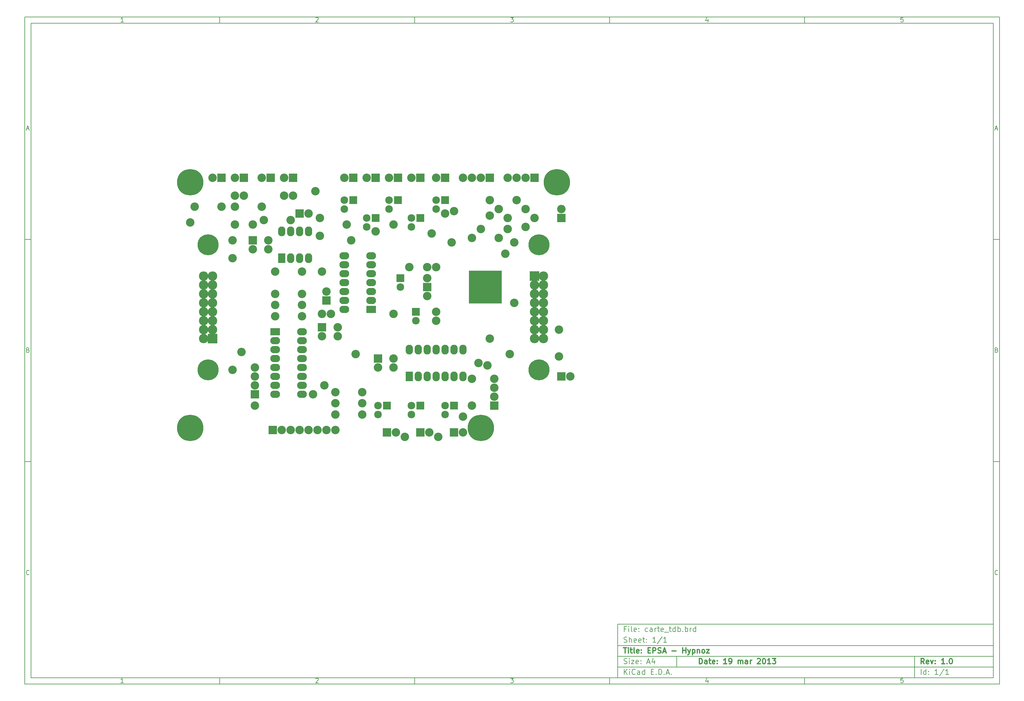
<source format=gts>
G04 (created by PCBNEW-RS274X (2012-01-19 BZR 3256)-stable) date 19/03/2013 15:26:08*
G01*
G70*
G90*
%MOIN*%
G04 Gerber Fmt 3.4, Leading zero omitted, Abs format*
%FSLAX34Y34*%
G04 APERTURE LIST*
%ADD10C,0.006000*%
%ADD11C,0.012000*%
%ADD12C,0.095000*%
%ADD13R,0.095000X0.095000*%
%ADD14R,0.082000X0.110000*%
%ADD15O,0.082000X0.110000*%
%ADD16C,0.235000*%
%ADD17R,0.105000X0.105000*%
%ADD18C,0.105000*%
%ADD19R,0.085000X0.085000*%
%ADD20C,0.085000*%
%ADD21R,0.110000X0.082000*%
%ADD22O,0.110000X0.082000*%
%ADD23R,0.370000X0.370000*%
%ADD24C,0.295600*%
G04 APERTURE END LIST*
G54D10*
X04000Y-04000D02*
X113000Y-04000D01*
X113000Y-78670D01*
X04000Y-78670D01*
X04000Y-04000D01*
X04700Y-04700D02*
X112300Y-04700D01*
X112300Y-77970D01*
X04700Y-77970D01*
X04700Y-04700D01*
X25800Y-04000D02*
X25800Y-04700D01*
X15043Y-04552D02*
X14757Y-04552D01*
X14900Y-04552D02*
X14900Y-04052D01*
X14852Y-04124D01*
X14805Y-04171D01*
X14757Y-04195D01*
X25800Y-78670D02*
X25800Y-77970D01*
X15043Y-78522D02*
X14757Y-78522D01*
X14900Y-78522D02*
X14900Y-78022D01*
X14852Y-78094D01*
X14805Y-78141D01*
X14757Y-78165D01*
X47600Y-04000D02*
X47600Y-04700D01*
X36557Y-04100D02*
X36581Y-04076D01*
X36629Y-04052D01*
X36748Y-04052D01*
X36795Y-04076D01*
X36819Y-04100D01*
X36843Y-04148D01*
X36843Y-04195D01*
X36819Y-04267D01*
X36533Y-04552D01*
X36843Y-04552D01*
X47600Y-78670D02*
X47600Y-77970D01*
X36557Y-78070D02*
X36581Y-78046D01*
X36629Y-78022D01*
X36748Y-78022D01*
X36795Y-78046D01*
X36819Y-78070D01*
X36843Y-78118D01*
X36843Y-78165D01*
X36819Y-78237D01*
X36533Y-78522D01*
X36843Y-78522D01*
X69400Y-04000D02*
X69400Y-04700D01*
X58333Y-04052D02*
X58643Y-04052D01*
X58476Y-04243D01*
X58548Y-04243D01*
X58595Y-04267D01*
X58619Y-04290D01*
X58643Y-04338D01*
X58643Y-04457D01*
X58619Y-04505D01*
X58595Y-04529D01*
X58548Y-04552D01*
X58405Y-04552D01*
X58357Y-04529D01*
X58333Y-04505D01*
X69400Y-78670D02*
X69400Y-77970D01*
X58333Y-78022D02*
X58643Y-78022D01*
X58476Y-78213D01*
X58548Y-78213D01*
X58595Y-78237D01*
X58619Y-78260D01*
X58643Y-78308D01*
X58643Y-78427D01*
X58619Y-78475D01*
X58595Y-78499D01*
X58548Y-78522D01*
X58405Y-78522D01*
X58357Y-78499D01*
X58333Y-78475D01*
X91200Y-04000D02*
X91200Y-04700D01*
X80395Y-04219D02*
X80395Y-04552D01*
X80276Y-04029D02*
X80157Y-04386D01*
X80467Y-04386D01*
X91200Y-78670D02*
X91200Y-77970D01*
X80395Y-78189D02*
X80395Y-78522D01*
X80276Y-77999D02*
X80157Y-78356D01*
X80467Y-78356D01*
X102219Y-04052D02*
X101981Y-04052D01*
X101957Y-04290D01*
X101981Y-04267D01*
X102029Y-04243D01*
X102148Y-04243D01*
X102195Y-04267D01*
X102219Y-04290D01*
X102243Y-04338D01*
X102243Y-04457D01*
X102219Y-04505D01*
X102195Y-04529D01*
X102148Y-04552D01*
X102029Y-04552D01*
X101981Y-04529D01*
X101957Y-04505D01*
X102219Y-78022D02*
X101981Y-78022D01*
X101957Y-78260D01*
X101981Y-78237D01*
X102029Y-78213D01*
X102148Y-78213D01*
X102195Y-78237D01*
X102219Y-78260D01*
X102243Y-78308D01*
X102243Y-78427D01*
X102219Y-78475D01*
X102195Y-78499D01*
X102148Y-78522D01*
X102029Y-78522D01*
X101981Y-78499D01*
X101957Y-78475D01*
X04000Y-28890D02*
X04700Y-28890D01*
X04231Y-16510D02*
X04469Y-16510D01*
X04184Y-16652D02*
X04350Y-16152D01*
X04517Y-16652D01*
X113000Y-28890D02*
X112300Y-28890D01*
X112531Y-16510D02*
X112769Y-16510D01*
X112484Y-16652D02*
X112650Y-16152D01*
X112817Y-16652D01*
X04000Y-53780D02*
X04700Y-53780D01*
X04386Y-41280D02*
X04457Y-41304D01*
X04481Y-41328D01*
X04505Y-41376D01*
X04505Y-41447D01*
X04481Y-41495D01*
X04457Y-41519D01*
X04410Y-41542D01*
X04219Y-41542D01*
X04219Y-41042D01*
X04386Y-41042D01*
X04433Y-41066D01*
X04457Y-41090D01*
X04481Y-41138D01*
X04481Y-41185D01*
X04457Y-41233D01*
X04433Y-41257D01*
X04386Y-41280D01*
X04219Y-41280D01*
X113000Y-53780D02*
X112300Y-53780D01*
X112686Y-41280D02*
X112757Y-41304D01*
X112781Y-41328D01*
X112805Y-41376D01*
X112805Y-41447D01*
X112781Y-41495D01*
X112757Y-41519D01*
X112710Y-41542D01*
X112519Y-41542D01*
X112519Y-41042D01*
X112686Y-41042D01*
X112733Y-41066D01*
X112757Y-41090D01*
X112781Y-41138D01*
X112781Y-41185D01*
X112757Y-41233D01*
X112733Y-41257D01*
X112686Y-41280D01*
X112519Y-41280D01*
X04505Y-66385D02*
X04481Y-66409D01*
X04410Y-66432D01*
X04362Y-66432D01*
X04290Y-66409D01*
X04243Y-66361D01*
X04219Y-66313D01*
X04195Y-66218D01*
X04195Y-66147D01*
X04219Y-66051D01*
X04243Y-66004D01*
X04290Y-65956D01*
X04362Y-65932D01*
X04410Y-65932D01*
X04481Y-65956D01*
X04505Y-65980D01*
X112805Y-66385D02*
X112781Y-66409D01*
X112710Y-66432D01*
X112662Y-66432D01*
X112590Y-66409D01*
X112543Y-66361D01*
X112519Y-66313D01*
X112495Y-66218D01*
X112495Y-66147D01*
X112519Y-66051D01*
X112543Y-66004D01*
X112590Y-65956D01*
X112662Y-65932D01*
X112710Y-65932D01*
X112781Y-65956D01*
X112805Y-65980D01*
G54D11*
X79443Y-76413D02*
X79443Y-75813D01*
X79586Y-75813D01*
X79671Y-75841D01*
X79729Y-75899D01*
X79757Y-75956D01*
X79786Y-76070D01*
X79786Y-76156D01*
X79757Y-76270D01*
X79729Y-76327D01*
X79671Y-76384D01*
X79586Y-76413D01*
X79443Y-76413D01*
X80300Y-76413D02*
X80300Y-76099D01*
X80271Y-76041D01*
X80214Y-76013D01*
X80100Y-76013D01*
X80043Y-76041D01*
X80300Y-76384D02*
X80243Y-76413D01*
X80100Y-76413D01*
X80043Y-76384D01*
X80014Y-76327D01*
X80014Y-76270D01*
X80043Y-76213D01*
X80100Y-76184D01*
X80243Y-76184D01*
X80300Y-76156D01*
X80500Y-76013D02*
X80729Y-76013D01*
X80586Y-75813D02*
X80586Y-76327D01*
X80614Y-76384D01*
X80672Y-76413D01*
X80729Y-76413D01*
X81157Y-76384D02*
X81100Y-76413D01*
X80986Y-76413D01*
X80929Y-76384D01*
X80900Y-76327D01*
X80900Y-76099D01*
X80929Y-76041D01*
X80986Y-76013D01*
X81100Y-76013D01*
X81157Y-76041D01*
X81186Y-76099D01*
X81186Y-76156D01*
X80900Y-76213D01*
X81443Y-76356D02*
X81471Y-76384D01*
X81443Y-76413D01*
X81414Y-76384D01*
X81443Y-76356D01*
X81443Y-76413D01*
X81443Y-76041D02*
X81471Y-76070D01*
X81443Y-76099D01*
X81414Y-76070D01*
X81443Y-76041D01*
X81443Y-76099D01*
X82500Y-76413D02*
X82157Y-76413D01*
X82329Y-76413D02*
X82329Y-75813D01*
X82272Y-75899D01*
X82214Y-75956D01*
X82157Y-75984D01*
X82785Y-76413D02*
X82900Y-76413D01*
X82957Y-76384D01*
X82985Y-76356D01*
X83043Y-76270D01*
X83071Y-76156D01*
X83071Y-75927D01*
X83043Y-75870D01*
X83014Y-75841D01*
X82957Y-75813D01*
X82843Y-75813D01*
X82785Y-75841D01*
X82757Y-75870D01*
X82728Y-75927D01*
X82728Y-76070D01*
X82757Y-76127D01*
X82785Y-76156D01*
X82843Y-76184D01*
X82957Y-76184D01*
X83014Y-76156D01*
X83043Y-76127D01*
X83071Y-76070D01*
X83785Y-76413D02*
X83785Y-76013D01*
X83785Y-76070D02*
X83813Y-76041D01*
X83871Y-76013D01*
X83956Y-76013D01*
X84013Y-76041D01*
X84042Y-76099D01*
X84042Y-76413D01*
X84042Y-76099D02*
X84071Y-76041D01*
X84128Y-76013D01*
X84213Y-76013D01*
X84271Y-76041D01*
X84299Y-76099D01*
X84299Y-76413D01*
X84842Y-76413D02*
X84842Y-76099D01*
X84813Y-76041D01*
X84756Y-76013D01*
X84642Y-76013D01*
X84585Y-76041D01*
X84842Y-76384D02*
X84785Y-76413D01*
X84642Y-76413D01*
X84585Y-76384D01*
X84556Y-76327D01*
X84556Y-76270D01*
X84585Y-76213D01*
X84642Y-76184D01*
X84785Y-76184D01*
X84842Y-76156D01*
X85128Y-76413D02*
X85128Y-76013D01*
X85128Y-76127D02*
X85156Y-76070D01*
X85185Y-76041D01*
X85242Y-76013D01*
X85299Y-76013D01*
X85927Y-75870D02*
X85956Y-75841D01*
X86013Y-75813D01*
X86156Y-75813D01*
X86213Y-75841D01*
X86242Y-75870D01*
X86270Y-75927D01*
X86270Y-75984D01*
X86242Y-76070D01*
X85899Y-76413D01*
X86270Y-76413D01*
X86641Y-75813D02*
X86698Y-75813D01*
X86755Y-75841D01*
X86784Y-75870D01*
X86813Y-75927D01*
X86841Y-76041D01*
X86841Y-76184D01*
X86813Y-76299D01*
X86784Y-76356D01*
X86755Y-76384D01*
X86698Y-76413D01*
X86641Y-76413D01*
X86584Y-76384D01*
X86555Y-76356D01*
X86527Y-76299D01*
X86498Y-76184D01*
X86498Y-76041D01*
X86527Y-75927D01*
X86555Y-75870D01*
X86584Y-75841D01*
X86641Y-75813D01*
X87412Y-76413D02*
X87069Y-76413D01*
X87241Y-76413D02*
X87241Y-75813D01*
X87184Y-75899D01*
X87126Y-75956D01*
X87069Y-75984D01*
X87612Y-75813D02*
X87983Y-75813D01*
X87783Y-76041D01*
X87869Y-76041D01*
X87926Y-76070D01*
X87955Y-76099D01*
X87983Y-76156D01*
X87983Y-76299D01*
X87955Y-76356D01*
X87926Y-76384D01*
X87869Y-76413D01*
X87697Y-76413D01*
X87640Y-76384D01*
X87612Y-76356D01*
G54D10*
X71043Y-77613D02*
X71043Y-77013D01*
X71386Y-77613D02*
X71129Y-77270D01*
X71386Y-77013D02*
X71043Y-77356D01*
X71643Y-77613D02*
X71643Y-77213D01*
X71643Y-77013D02*
X71614Y-77041D01*
X71643Y-77070D01*
X71671Y-77041D01*
X71643Y-77013D01*
X71643Y-77070D01*
X72272Y-77556D02*
X72243Y-77584D01*
X72157Y-77613D01*
X72100Y-77613D01*
X72015Y-77584D01*
X71957Y-77527D01*
X71929Y-77470D01*
X71900Y-77356D01*
X71900Y-77270D01*
X71929Y-77156D01*
X71957Y-77099D01*
X72015Y-77041D01*
X72100Y-77013D01*
X72157Y-77013D01*
X72243Y-77041D01*
X72272Y-77070D01*
X72786Y-77613D02*
X72786Y-77299D01*
X72757Y-77241D01*
X72700Y-77213D01*
X72586Y-77213D01*
X72529Y-77241D01*
X72786Y-77584D02*
X72729Y-77613D01*
X72586Y-77613D01*
X72529Y-77584D01*
X72500Y-77527D01*
X72500Y-77470D01*
X72529Y-77413D01*
X72586Y-77384D01*
X72729Y-77384D01*
X72786Y-77356D01*
X73329Y-77613D02*
X73329Y-77013D01*
X73329Y-77584D02*
X73272Y-77613D01*
X73158Y-77613D01*
X73100Y-77584D01*
X73072Y-77556D01*
X73043Y-77499D01*
X73043Y-77327D01*
X73072Y-77270D01*
X73100Y-77241D01*
X73158Y-77213D01*
X73272Y-77213D01*
X73329Y-77241D01*
X74072Y-77299D02*
X74272Y-77299D01*
X74358Y-77613D02*
X74072Y-77613D01*
X74072Y-77013D01*
X74358Y-77013D01*
X74615Y-77556D02*
X74643Y-77584D01*
X74615Y-77613D01*
X74586Y-77584D01*
X74615Y-77556D01*
X74615Y-77613D01*
X74901Y-77613D02*
X74901Y-77013D01*
X75044Y-77013D01*
X75129Y-77041D01*
X75187Y-77099D01*
X75215Y-77156D01*
X75244Y-77270D01*
X75244Y-77356D01*
X75215Y-77470D01*
X75187Y-77527D01*
X75129Y-77584D01*
X75044Y-77613D01*
X74901Y-77613D01*
X75501Y-77556D02*
X75529Y-77584D01*
X75501Y-77613D01*
X75472Y-77584D01*
X75501Y-77556D01*
X75501Y-77613D01*
X75758Y-77441D02*
X76044Y-77441D01*
X75701Y-77613D02*
X75901Y-77013D01*
X76101Y-77613D01*
X76301Y-77556D02*
X76329Y-77584D01*
X76301Y-77613D01*
X76272Y-77584D01*
X76301Y-77556D01*
X76301Y-77613D01*
G54D11*
X104586Y-76413D02*
X104386Y-76127D01*
X104243Y-76413D02*
X104243Y-75813D01*
X104471Y-75813D01*
X104529Y-75841D01*
X104557Y-75870D01*
X104586Y-75927D01*
X104586Y-76013D01*
X104557Y-76070D01*
X104529Y-76099D01*
X104471Y-76127D01*
X104243Y-76127D01*
X105071Y-76384D02*
X105014Y-76413D01*
X104900Y-76413D01*
X104843Y-76384D01*
X104814Y-76327D01*
X104814Y-76099D01*
X104843Y-76041D01*
X104900Y-76013D01*
X105014Y-76013D01*
X105071Y-76041D01*
X105100Y-76099D01*
X105100Y-76156D01*
X104814Y-76213D01*
X105300Y-76013D02*
X105443Y-76413D01*
X105585Y-76013D01*
X105814Y-76356D02*
X105842Y-76384D01*
X105814Y-76413D01*
X105785Y-76384D01*
X105814Y-76356D01*
X105814Y-76413D01*
X105814Y-76041D02*
X105842Y-76070D01*
X105814Y-76099D01*
X105785Y-76070D01*
X105814Y-76041D01*
X105814Y-76099D01*
X106871Y-76413D02*
X106528Y-76413D01*
X106700Y-76413D02*
X106700Y-75813D01*
X106643Y-75899D01*
X106585Y-75956D01*
X106528Y-75984D01*
X107128Y-76356D02*
X107156Y-76384D01*
X107128Y-76413D01*
X107099Y-76384D01*
X107128Y-76356D01*
X107128Y-76413D01*
X107528Y-75813D02*
X107585Y-75813D01*
X107642Y-75841D01*
X107671Y-75870D01*
X107700Y-75927D01*
X107728Y-76041D01*
X107728Y-76184D01*
X107700Y-76299D01*
X107671Y-76356D01*
X107642Y-76384D01*
X107585Y-76413D01*
X107528Y-76413D01*
X107471Y-76384D01*
X107442Y-76356D01*
X107414Y-76299D01*
X107385Y-76184D01*
X107385Y-76041D01*
X107414Y-75927D01*
X107442Y-75870D01*
X107471Y-75841D01*
X107528Y-75813D01*
G54D10*
X71014Y-76384D02*
X71100Y-76413D01*
X71243Y-76413D01*
X71300Y-76384D01*
X71329Y-76356D01*
X71357Y-76299D01*
X71357Y-76241D01*
X71329Y-76184D01*
X71300Y-76156D01*
X71243Y-76127D01*
X71129Y-76099D01*
X71071Y-76070D01*
X71043Y-76041D01*
X71014Y-75984D01*
X71014Y-75927D01*
X71043Y-75870D01*
X71071Y-75841D01*
X71129Y-75813D01*
X71271Y-75813D01*
X71357Y-75841D01*
X71614Y-76413D02*
X71614Y-76013D01*
X71614Y-75813D02*
X71585Y-75841D01*
X71614Y-75870D01*
X71642Y-75841D01*
X71614Y-75813D01*
X71614Y-75870D01*
X71843Y-76013D02*
X72157Y-76013D01*
X71843Y-76413D01*
X72157Y-76413D01*
X72614Y-76384D02*
X72557Y-76413D01*
X72443Y-76413D01*
X72386Y-76384D01*
X72357Y-76327D01*
X72357Y-76099D01*
X72386Y-76041D01*
X72443Y-76013D01*
X72557Y-76013D01*
X72614Y-76041D01*
X72643Y-76099D01*
X72643Y-76156D01*
X72357Y-76213D01*
X72900Y-76356D02*
X72928Y-76384D01*
X72900Y-76413D01*
X72871Y-76384D01*
X72900Y-76356D01*
X72900Y-76413D01*
X72900Y-76041D02*
X72928Y-76070D01*
X72900Y-76099D01*
X72871Y-76070D01*
X72900Y-76041D01*
X72900Y-76099D01*
X73614Y-76241D02*
X73900Y-76241D01*
X73557Y-76413D02*
X73757Y-75813D01*
X73957Y-76413D01*
X74414Y-76013D02*
X74414Y-76413D01*
X74271Y-75784D02*
X74128Y-76213D01*
X74500Y-76213D01*
X104243Y-77613D02*
X104243Y-77013D01*
X104786Y-77613D02*
X104786Y-77013D01*
X104786Y-77584D02*
X104729Y-77613D01*
X104615Y-77613D01*
X104557Y-77584D01*
X104529Y-77556D01*
X104500Y-77499D01*
X104500Y-77327D01*
X104529Y-77270D01*
X104557Y-77241D01*
X104615Y-77213D01*
X104729Y-77213D01*
X104786Y-77241D01*
X105072Y-77556D02*
X105100Y-77584D01*
X105072Y-77613D01*
X105043Y-77584D01*
X105072Y-77556D01*
X105072Y-77613D01*
X105072Y-77241D02*
X105100Y-77270D01*
X105072Y-77299D01*
X105043Y-77270D01*
X105072Y-77241D01*
X105072Y-77299D01*
X106129Y-77613D02*
X105786Y-77613D01*
X105958Y-77613D02*
X105958Y-77013D01*
X105901Y-77099D01*
X105843Y-77156D01*
X105786Y-77184D01*
X106814Y-76984D02*
X106300Y-77756D01*
X107329Y-77613D02*
X106986Y-77613D01*
X107158Y-77613D02*
X107158Y-77013D01*
X107101Y-77099D01*
X107043Y-77156D01*
X106986Y-77184D01*
G54D11*
X70957Y-74613D02*
X71300Y-74613D01*
X71129Y-75213D02*
X71129Y-74613D01*
X71500Y-75213D02*
X71500Y-74813D01*
X71500Y-74613D02*
X71471Y-74641D01*
X71500Y-74670D01*
X71528Y-74641D01*
X71500Y-74613D01*
X71500Y-74670D01*
X71700Y-74813D02*
X71929Y-74813D01*
X71786Y-74613D02*
X71786Y-75127D01*
X71814Y-75184D01*
X71872Y-75213D01*
X71929Y-75213D01*
X72215Y-75213D02*
X72157Y-75184D01*
X72129Y-75127D01*
X72129Y-74613D01*
X72671Y-75184D02*
X72614Y-75213D01*
X72500Y-75213D01*
X72443Y-75184D01*
X72414Y-75127D01*
X72414Y-74899D01*
X72443Y-74841D01*
X72500Y-74813D01*
X72614Y-74813D01*
X72671Y-74841D01*
X72700Y-74899D01*
X72700Y-74956D01*
X72414Y-75013D01*
X72957Y-75156D02*
X72985Y-75184D01*
X72957Y-75213D01*
X72928Y-75184D01*
X72957Y-75156D01*
X72957Y-75213D01*
X72957Y-74841D02*
X72985Y-74870D01*
X72957Y-74899D01*
X72928Y-74870D01*
X72957Y-74841D01*
X72957Y-74899D01*
X73700Y-74899D02*
X73900Y-74899D01*
X73986Y-75213D02*
X73700Y-75213D01*
X73700Y-74613D01*
X73986Y-74613D01*
X74243Y-75213D02*
X74243Y-74613D01*
X74471Y-74613D01*
X74529Y-74641D01*
X74557Y-74670D01*
X74586Y-74727D01*
X74586Y-74813D01*
X74557Y-74870D01*
X74529Y-74899D01*
X74471Y-74927D01*
X74243Y-74927D01*
X74814Y-75184D02*
X74900Y-75213D01*
X75043Y-75213D01*
X75100Y-75184D01*
X75129Y-75156D01*
X75157Y-75099D01*
X75157Y-75041D01*
X75129Y-74984D01*
X75100Y-74956D01*
X75043Y-74927D01*
X74929Y-74899D01*
X74871Y-74870D01*
X74843Y-74841D01*
X74814Y-74784D01*
X74814Y-74727D01*
X74843Y-74670D01*
X74871Y-74641D01*
X74929Y-74613D01*
X75071Y-74613D01*
X75157Y-74641D01*
X75385Y-75041D02*
X75671Y-75041D01*
X75328Y-75213D02*
X75528Y-74613D01*
X75728Y-75213D01*
X76385Y-74984D02*
X76842Y-74984D01*
X77585Y-75213D02*
X77585Y-74613D01*
X77585Y-74899D02*
X77928Y-74899D01*
X77928Y-75213D02*
X77928Y-74613D01*
X78157Y-74813D02*
X78300Y-75213D01*
X78442Y-74813D02*
X78300Y-75213D01*
X78242Y-75356D01*
X78214Y-75384D01*
X78157Y-75413D01*
X78671Y-74813D02*
X78671Y-75413D01*
X78671Y-74841D02*
X78728Y-74813D01*
X78842Y-74813D01*
X78899Y-74841D01*
X78928Y-74870D01*
X78957Y-74927D01*
X78957Y-75099D01*
X78928Y-75156D01*
X78899Y-75184D01*
X78842Y-75213D01*
X78728Y-75213D01*
X78671Y-75184D01*
X79214Y-74813D02*
X79214Y-75213D01*
X79214Y-74870D02*
X79242Y-74841D01*
X79300Y-74813D01*
X79385Y-74813D01*
X79442Y-74841D01*
X79471Y-74899D01*
X79471Y-75213D01*
X79843Y-75213D02*
X79785Y-75184D01*
X79757Y-75156D01*
X79728Y-75099D01*
X79728Y-74927D01*
X79757Y-74870D01*
X79785Y-74841D01*
X79843Y-74813D01*
X79928Y-74813D01*
X79985Y-74841D01*
X80014Y-74870D01*
X80043Y-74927D01*
X80043Y-75099D01*
X80014Y-75156D01*
X79985Y-75184D01*
X79928Y-75213D01*
X79843Y-75213D01*
X80243Y-74813D02*
X80557Y-74813D01*
X80243Y-75213D01*
X80557Y-75213D01*
G54D10*
X71243Y-72499D02*
X71043Y-72499D01*
X71043Y-72813D02*
X71043Y-72213D01*
X71329Y-72213D01*
X71557Y-72813D02*
X71557Y-72413D01*
X71557Y-72213D02*
X71528Y-72241D01*
X71557Y-72270D01*
X71585Y-72241D01*
X71557Y-72213D01*
X71557Y-72270D01*
X71929Y-72813D02*
X71871Y-72784D01*
X71843Y-72727D01*
X71843Y-72213D01*
X72385Y-72784D02*
X72328Y-72813D01*
X72214Y-72813D01*
X72157Y-72784D01*
X72128Y-72727D01*
X72128Y-72499D01*
X72157Y-72441D01*
X72214Y-72413D01*
X72328Y-72413D01*
X72385Y-72441D01*
X72414Y-72499D01*
X72414Y-72556D01*
X72128Y-72613D01*
X72671Y-72756D02*
X72699Y-72784D01*
X72671Y-72813D01*
X72642Y-72784D01*
X72671Y-72756D01*
X72671Y-72813D01*
X72671Y-72441D02*
X72699Y-72470D01*
X72671Y-72499D01*
X72642Y-72470D01*
X72671Y-72441D01*
X72671Y-72499D01*
X73671Y-72784D02*
X73614Y-72813D01*
X73500Y-72813D01*
X73442Y-72784D01*
X73414Y-72756D01*
X73385Y-72699D01*
X73385Y-72527D01*
X73414Y-72470D01*
X73442Y-72441D01*
X73500Y-72413D01*
X73614Y-72413D01*
X73671Y-72441D01*
X74185Y-72813D02*
X74185Y-72499D01*
X74156Y-72441D01*
X74099Y-72413D01*
X73985Y-72413D01*
X73928Y-72441D01*
X74185Y-72784D02*
X74128Y-72813D01*
X73985Y-72813D01*
X73928Y-72784D01*
X73899Y-72727D01*
X73899Y-72670D01*
X73928Y-72613D01*
X73985Y-72584D01*
X74128Y-72584D01*
X74185Y-72556D01*
X74471Y-72813D02*
X74471Y-72413D01*
X74471Y-72527D02*
X74499Y-72470D01*
X74528Y-72441D01*
X74585Y-72413D01*
X74642Y-72413D01*
X74756Y-72413D02*
X74985Y-72413D01*
X74842Y-72213D02*
X74842Y-72727D01*
X74870Y-72784D01*
X74928Y-72813D01*
X74985Y-72813D01*
X75413Y-72784D02*
X75356Y-72813D01*
X75242Y-72813D01*
X75185Y-72784D01*
X75156Y-72727D01*
X75156Y-72499D01*
X75185Y-72441D01*
X75242Y-72413D01*
X75356Y-72413D01*
X75413Y-72441D01*
X75442Y-72499D01*
X75442Y-72556D01*
X75156Y-72613D01*
X75556Y-72870D02*
X76013Y-72870D01*
X76070Y-72413D02*
X76299Y-72413D01*
X76156Y-72213D02*
X76156Y-72727D01*
X76184Y-72784D01*
X76242Y-72813D01*
X76299Y-72813D01*
X76756Y-72813D02*
X76756Y-72213D01*
X76756Y-72784D02*
X76699Y-72813D01*
X76585Y-72813D01*
X76527Y-72784D01*
X76499Y-72756D01*
X76470Y-72699D01*
X76470Y-72527D01*
X76499Y-72470D01*
X76527Y-72441D01*
X76585Y-72413D01*
X76699Y-72413D01*
X76756Y-72441D01*
X77042Y-72813D02*
X77042Y-72213D01*
X77042Y-72441D02*
X77099Y-72413D01*
X77213Y-72413D01*
X77270Y-72441D01*
X77299Y-72470D01*
X77328Y-72527D01*
X77328Y-72699D01*
X77299Y-72756D01*
X77270Y-72784D01*
X77213Y-72813D01*
X77099Y-72813D01*
X77042Y-72784D01*
X77585Y-72756D02*
X77613Y-72784D01*
X77585Y-72813D01*
X77556Y-72784D01*
X77585Y-72756D01*
X77585Y-72813D01*
X77871Y-72813D02*
X77871Y-72213D01*
X77871Y-72441D02*
X77928Y-72413D01*
X78042Y-72413D01*
X78099Y-72441D01*
X78128Y-72470D01*
X78157Y-72527D01*
X78157Y-72699D01*
X78128Y-72756D01*
X78099Y-72784D01*
X78042Y-72813D01*
X77928Y-72813D01*
X77871Y-72784D01*
X78414Y-72813D02*
X78414Y-72413D01*
X78414Y-72527D02*
X78442Y-72470D01*
X78471Y-72441D01*
X78528Y-72413D01*
X78585Y-72413D01*
X79042Y-72813D02*
X79042Y-72213D01*
X79042Y-72784D02*
X78985Y-72813D01*
X78871Y-72813D01*
X78813Y-72784D01*
X78785Y-72756D01*
X78756Y-72699D01*
X78756Y-72527D01*
X78785Y-72470D01*
X78813Y-72441D01*
X78871Y-72413D01*
X78985Y-72413D01*
X79042Y-72441D01*
X71014Y-73984D02*
X71100Y-74013D01*
X71243Y-74013D01*
X71300Y-73984D01*
X71329Y-73956D01*
X71357Y-73899D01*
X71357Y-73841D01*
X71329Y-73784D01*
X71300Y-73756D01*
X71243Y-73727D01*
X71129Y-73699D01*
X71071Y-73670D01*
X71043Y-73641D01*
X71014Y-73584D01*
X71014Y-73527D01*
X71043Y-73470D01*
X71071Y-73441D01*
X71129Y-73413D01*
X71271Y-73413D01*
X71357Y-73441D01*
X71614Y-74013D02*
X71614Y-73413D01*
X71871Y-74013D02*
X71871Y-73699D01*
X71842Y-73641D01*
X71785Y-73613D01*
X71700Y-73613D01*
X71642Y-73641D01*
X71614Y-73670D01*
X72385Y-73984D02*
X72328Y-74013D01*
X72214Y-74013D01*
X72157Y-73984D01*
X72128Y-73927D01*
X72128Y-73699D01*
X72157Y-73641D01*
X72214Y-73613D01*
X72328Y-73613D01*
X72385Y-73641D01*
X72414Y-73699D01*
X72414Y-73756D01*
X72128Y-73813D01*
X72899Y-73984D02*
X72842Y-74013D01*
X72728Y-74013D01*
X72671Y-73984D01*
X72642Y-73927D01*
X72642Y-73699D01*
X72671Y-73641D01*
X72728Y-73613D01*
X72842Y-73613D01*
X72899Y-73641D01*
X72928Y-73699D01*
X72928Y-73756D01*
X72642Y-73813D01*
X73099Y-73613D02*
X73328Y-73613D01*
X73185Y-73413D02*
X73185Y-73927D01*
X73213Y-73984D01*
X73271Y-74013D01*
X73328Y-74013D01*
X73528Y-73956D02*
X73556Y-73984D01*
X73528Y-74013D01*
X73499Y-73984D01*
X73528Y-73956D01*
X73528Y-74013D01*
X73528Y-73641D02*
X73556Y-73670D01*
X73528Y-73699D01*
X73499Y-73670D01*
X73528Y-73641D01*
X73528Y-73699D01*
X74585Y-74013D02*
X74242Y-74013D01*
X74414Y-74013D02*
X74414Y-73413D01*
X74357Y-73499D01*
X74299Y-73556D01*
X74242Y-73584D01*
X75270Y-73384D02*
X74756Y-74156D01*
X75785Y-74013D02*
X75442Y-74013D01*
X75614Y-74013D02*
X75614Y-73413D01*
X75557Y-73499D01*
X75499Y-73556D01*
X75442Y-73584D01*
X70300Y-71970D02*
X70300Y-77970D01*
X70300Y-71970D02*
X112300Y-71970D01*
X70300Y-71970D02*
X112300Y-71970D01*
X70300Y-74370D02*
X112300Y-74370D01*
X103500Y-75570D02*
X103500Y-77970D01*
X70300Y-76770D02*
X112300Y-76770D01*
X70300Y-75570D02*
X112300Y-75570D01*
X76900Y-75570D02*
X76900Y-76770D01*
G54D12*
X27500Y-24000D03*
X28500Y-24000D03*
X45250Y-43250D03*
X45250Y-42250D03*
X37250Y-37250D03*
X38250Y-37250D03*
G54D13*
X43500Y-42250D03*
G54D12*
X43500Y-43250D03*
G54D13*
X37250Y-38750D03*
G54D12*
X37250Y-39750D03*
G54D14*
X47000Y-44250D03*
G54D15*
X48000Y-44250D03*
X49000Y-44250D03*
X50000Y-44250D03*
X51000Y-44250D03*
X52000Y-44250D03*
X53000Y-44250D03*
X53000Y-41250D03*
X52000Y-41250D03*
X51000Y-41250D03*
X50000Y-41250D03*
X49000Y-41250D03*
X48000Y-41250D03*
X47000Y-41250D03*
G54D16*
X24500Y-43500D03*
X24500Y-29500D03*
G54D17*
X25000Y-40000D03*
G54D18*
X24000Y-40000D03*
X25000Y-39000D03*
X24000Y-39000D03*
X25000Y-38000D03*
X24000Y-38000D03*
X25000Y-37000D03*
X24000Y-37000D03*
X25000Y-36000D03*
X24000Y-36000D03*
X25000Y-35000D03*
X24000Y-35000D03*
X25000Y-34000D03*
X24000Y-34000D03*
X25000Y-33000D03*
X24000Y-33000D03*
G54D16*
X61500Y-29500D03*
X61500Y-43500D03*
G54D17*
X61000Y-33000D03*
G54D18*
X62000Y-33000D03*
X61000Y-34000D03*
X62000Y-34000D03*
X61000Y-35000D03*
X62000Y-35000D03*
X61000Y-36000D03*
X62000Y-36000D03*
X61000Y-37000D03*
X62000Y-37000D03*
X61000Y-38000D03*
X62000Y-38000D03*
X61000Y-39000D03*
X62000Y-39000D03*
X61000Y-40000D03*
X62000Y-40000D03*
G54D13*
X44500Y-50500D03*
G54D12*
X45500Y-50500D03*
G54D13*
X52000Y-50500D03*
G54D12*
X53000Y-50500D03*
G54D13*
X43250Y-22000D03*
G54D12*
X42250Y-22000D03*
G54D13*
X34000Y-22000D03*
G54D12*
X33000Y-22000D03*
G54D13*
X45750Y-22000D03*
G54D12*
X44750Y-22000D03*
G54D13*
X40750Y-22000D03*
G54D12*
X39750Y-22000D03*
G54D13*
X26000Y-22000D03*
G54D12*
X25000Y-22000D03*
G54D13*
X28500Y-22000D03*
G54D12*
X27500Y-22000D03*
G54D13*
X64000Y-26500D03*
G54D12*
X64000Y-25500D03*
X58000Y-22000D03*
X59000Y-22000D03*
G54D13*
X61000Y-22000D03*
G54D12*
X60000Y-22000D03*
X58000Y-27750D03*
X55000Y-27750D03*
X35000Y-35000D03*
X32000Y-35000D03*
X56000Y-24500D03*
X59000Y-24500D03*
X57000Y-25500D03*
X60000Y-25500D03*
X35000Y-37500D03*
X32000Y-37500D03*
X41750Y-46000D03*
X38750Y-46000D03*
X41750Y-47250D03*
X38750Y-47250D03*
X57000Y-28750D03*
X54000Y-28750D03*
X41750Y-48500D03*
X38750Y-48500D03*
X30500Y-25250D03*
X27500Y-25250D03*
X26000Y-25250D03*
X23000Y-25250D03*
X58000Y-26500D03*
X61000Y-26500D03*
X35000Y-36250D03*
X32000Y-36250D03*
X33000Y-24000D03*
X34000Y-24000D03*
X53000Y-22000D03*
X54000Y-22000D03*
G54D13*
X56000Y-22000D03*
G54D12*
X55000Y-22000D03*
X56500Y-44500D03*
X56500Y-45500D03*
G54D13*
X56500Y-47500D03*
G54D12*
X56500Y-46500D03*
G54D13*
X31500Y-22000D03*
G54D12*
X30500Y-22000D03*
G54D13*
X48250Y-22000D03*
G54D12*
X47250Y-22000D03*
X36750Y-50250D03*
X35750Y-50250D03*
X37750Y-50250D03*
X38750Y-50250D03*
X34750Y-50250D03*
X33750Y-50250D03*
G54D13*
X31750Y-50250D03*
G54D12*
X32750Y-50250D03*
G54D13*
X51000Y-22000D03*
G54D12*
X50000Y-22000D03*
G54D13*
X48250Y-50500D03*
G54D12*
X49250Y-50500D03*
G54D19*
X43250Y-26500D03*
G54D20*
X42250Y-26500D03*
X42250Y-27500D03*
G54D19*
X40750Y-24500D03*
G54D20*
X39750Y-24500D03*
X39750Y-25500D03*
G54D19*
X45750Y-24500D03*
G54D20*
X44750Y-24500D03*
X44750Y-25500D03*
G54D19*
X48250Y-26500D03*
G54D20*
X47250Y-26500D03*
X47250Y-27500D03*
G54D19*
X44500Y-47500D03*
G54D20*
X43500Y-47500D03*
X43500Y-48500D03*
G54D19*
X52000Y-47500D03*
G54D20*
X51000Y-47500D03*
X51000Y-48500D03*
G54D19*
X51000Y-24500D03*
G54D20*
X50000Y-24500D03*
X50000Y-25500D03*
G54D19*
X48250Y-47500D03*
G54D20*
X47250Y-47500D03*
X47250Y-48500D03*
G54D21*
X42750Y-36750D03*
G54D22*
X42750Y-35750D03*
X42750Y-34750D03*
X42750Y-33750D03*
X42750Y-32750D03*
X42750Y-31750D03*
X42750Y-30750D03*
X39750Y-30750D03*
X39750Y-31750D03*
X39750Y-32750D03*
X39750Y-33750D03*
X39750Y-34750D03*
X39750Y-35750D03*
X39750Y-36750D03*
G54D21*
X32000Y-39250D03*
G54D22*
X32000Y-40250D03*
X32000Y-41250D03*
X32000Y-42250D03*
X32000Y-43250D03*
X32000Y-44250D03*
X32000Y-45250D03*
X32000Y-46250D03*
X35000Y-46250D03*
X35000Y-45250D03*
X35000Y-44250D03*
X35000Y-43250D03*
X35000Y-42250D03*
X35000Y-41250D03*
X35000Y-40250D03*
X35000Y-39250D03*
G54D12*
X39000Y-39750D03*
X39000Y-38750D03*
X31250Y-30000D03*
X31250Y-29000D03*
G54D13*
X29500Y-29000D03*
G54D12*
X29500Y-30000D03*
G54D13*
X34750Y-26000D03*
G54D12*
X35750Y-26000D03*
G54D13*
X37750Y-35750D03*
G54D12*
X37750Y-34750D03*
G54D14*
X32750Y-31000D03*
G54D15*
X33750Y-31000D03*
X34750Y-31000D03*
X35750Y-31000D03*
X35750Y-28000D03*
X34750Y-28000D03*
X33750Y-28000D03*
X32750Y-28000D03*
G54D12*
X30750Y-26750D03*
X33750Y-26750D03*
X35000Y-32500D03*
X32000Y-32500D03*
X50000Y-38000D03*
X50000Y-37000D03*
X50000Y-32000D03*
X49000Y-32000D03*
G54D23*
X55500Y-34250D03*
G54D12*
X49000Y-33250D03*
G54D13*
X49000Y-34250D03*
G54D12*
X49000Y-35250D03*
G54D13*
X64000Y-44250D03*
G54D12*
X65000Y-44250D03*
G54D24*
X22500Y-50000D03*
X22500Y-22500D03*
X63500Y-22500D03*
X55000Y-50000D03*
G54D12*
X37000Y-28500D03*
X37000Y-26500D03*
X29750Y-43250D03*
X29750Y-44250D03*
G54D13*
X29750Y-46250D03*
G54D12*
X29750Y-45250D03*
G54D19*
X46000Y-33250D03*
G54D20*
X46000Y-34250D03*
G54D19*
X47750Y-37000D03*
G54D20*
X47750Y-38000D03*
G54D12*
X27250Y-29000D03*
X37250Y-32500D03*
X47000Y-32000D03*
X53000Y-48750D03*
X46500Y-51000D03*
X50250Y-51000D03*
X52000Y-25750D03*
X63750Y-42000D03*
X45250Y-37250D03*
X29500Y-27250D03*
X22500Y-27000D03*
X40500Y-29000D03*
X60000Y-27500D03*
X58750Y-29250D03*
X57750Y-30500D03*
X29750Y-47500D03*
X36250Y-46250D03*
X27250Y-43500D03*
X28250Y-41500D03*
X56000Y-40000D03*
X55750Y-43000D03*
X54750Y-42750D03*
X51750Y-29250D03*
X49500Y-28250D03*
X58750Y-36000D03*
X37500Y-45250D03*
X41000Y-41750D03*
X36500Y-23500D03*
X51000Y-26000D03*
X43250Y-28000D03*
X56000Y-26250D03*
X45250Y-27250D03*
X27250Y-31000D03*
X54000Y-47500D03*
X63750Y-39000D03*
X54000Y-44500D03*
X40000Y-27250D03*
X27500Y-27250D03*
X58250Y-41750D03*
M02*

</source>
